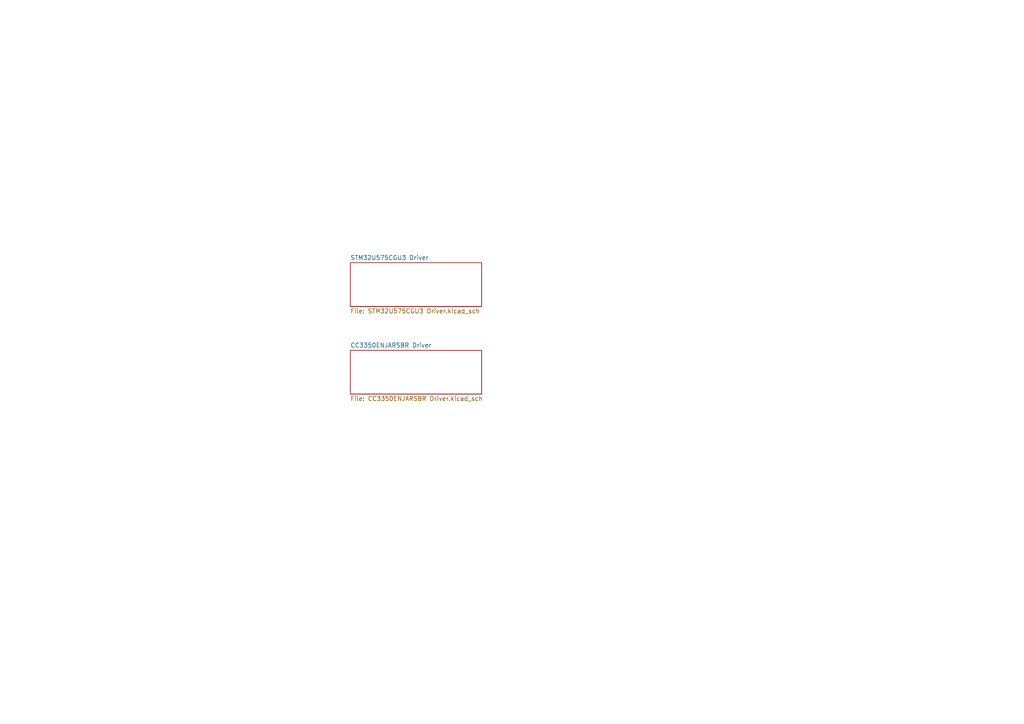
<source format=kicad_sch>
(kicad_sch
	(version 20231120)
	(generator "eeschema")
	(generator_version "8.0")
	(uuid "bf33f26c-3329-4115-b77d-e318856786ff")
	(paper "A4")
	(lib_symbols)
	(sheet
		(at 101.6 101.6)
		(size 38.1 12.7)
		(fields_autoplaced yes)
		(stroke
			(width 0.1524)
			(type solid)
		)
		(fill
			(color 0 0 0 0.0000)
		)
		(uuid "0384a968-4dd1-4f43-8af1-1807dbf099dd")
		(property "Sheetname" "CC3350ENJARSBR Driver"
			(at 101.6 100.8884 0)
			(effects
				(font
					(size 1.27 1.27)
				)
				(justify left bottom)
			)
		)
		(property "Sheetfile" "CC3350ENJARSBR Driver.kicad_sch"
			(at 101.6 114.8846 0)
			(effects
				(font
					(size 1.27 1.27)
				)
				(justify left top)
			)
		)
		(instances
			(project "_HW_Stalwart"
				(path "/bf33f26c-3329-4115-b77d-e318856786ff"
					(page "3")
				)
			)
		)
	)
	(sheet
		(at 101.6 76.2)
		(size 38.1 12.7)
		(fields_autoplaced yes)
		(stroke
			(width 0.1524)
			(type solid)
		)
		(fill
			(color 0 0 0 0.0000)
		)
		(uuid "70aaf328-90fb-4b24-8d72-1a826cc323e2")
		(property "Sheetname" "STM32U575CGU3 Driver"
			(at 101.6 75.4884 0)
			(effects
				(font
					(size 1.27 1.27)
				)
				(justify left bottom)
			)
		)
		(property "Sheetfile" "STM32U575CGU3 Driver.kicad_sch"
			(at 101.6 89.4846 0)
			(effects
				(font
					(size 1.27 1.27)
				)
				(justify left top)
			)
		)
		(instances
			(project "_HW_Stalwart"
				(path "/bf33f26c-3329-4115-b77d-e318856786ff"
					(page "2")
				)
			)
		)
	)
	(sheet_instances
		(path "/"
			(page "1")
		)
	)
)

</source>
